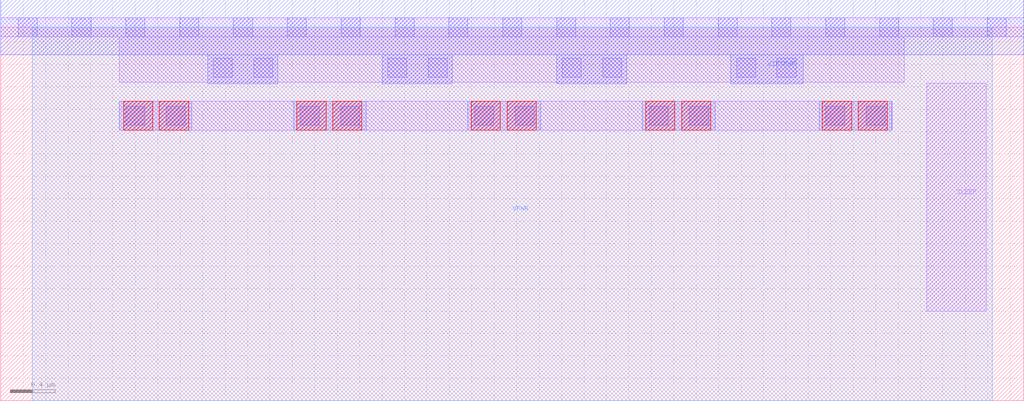
<source format=lef>
# Copyright 2020 The SkyWater PDK Authors
#
# Licensed under the Apache License, Version 2.0 (the "License");
# you may not use this file except in compliance with the License.
# You may obtain a copy of the License at
#
#     https://www.apache.org/licenses/LICENSE-2.0
#
# Unless required by applicable law or agreed to in writing, software
# distributed under the License is distributed on an "AS IS" BASIS,
# WITHOUT WARRANTIES OR CONDITIONS OF ANY KIND, either express or implied.
# See the License for the specific language governing permissions and
# limitations under the License.
#
# SPDX-License-Identifier: Apache-2.0

VERSION 5.7 ;
  NAMESCASESENSITIVE ON ;
  NOWIREEXTENSIONATPIN ON ;
  DIVIDERCHAR "/" ;
  BUSBITCHARS "[]" ;
UNITS
  DATABASE MICRONS 200 ;
END UNITS
MACRO sky130_fd_sc_lp__sleep_pargate_plv_7
  CLASS BLOCK ;
  FOREIGN sky130_fd_sc_lp__sleep_pargate_plv_7 ;
  ORIGIN  0.000000  0.000000 ;
  SIZE  9.120000 BY  3.330000 ;
  PIN SLEEP
    ANTENNAGATEAREA  1.050000 ;
    PORT
      LAYER li1 ;
        RECT 8.255000 0.800000 8.785000 2.830000 ;
    END
  END SLEEP
  PIN VIRTPWR
    ANTENNADIFFAREA  1.855000 ;
    PORT
      LAYER met1 ;
        RECT 0.000000 3.085000 9.120000 3.575000 ;
        RECT 1.845000 2.825000 2.470000 3.085000 ;
        RECT 3.400000 2.825000 4.025000 3.085000 ;
        RECT 4.955000 2.825000 5.580000 3.085000 ;
        RECT 6.510000 2.825000 7.155000 3.085000 ;
    END
  END VIRTPWR
  PIN VPWR
    USE POWER ;
    PORT
      LAYER met2 ;
        RECT 0.280000 0.000000 8.840000 3.330000 ;
    END
  END VPWR
  OBS
    LAYER li1 ;
      RECT 0.000000 3.245000 9.120000 3.415000 ;
      RECT 1.055000 2.410000 7.950000 2.670000 ;
      RECT 1.055000 2.840000 8.055000 3.245000 ;
    LAYER mcon ;
      RECT 0.155000 3.245000 0.325000 3.415000 ;
      RECT 0.635000 3.245000 0.805000 3.415000 ;
      RECT 1.115000 2.455000 1.285000 2.625000 ;
      RECT 1.115000 3.245000 1.285000 3.415000 ;
      RECT 1.475000 2.455000 1.645000 2.625000 ;
      RECT 1.595000 3.245000 1.765000 3.415000 ;
      RECT 1.895000 2.885000 2.065000 3.055000 ;
      RECT 2.075000 3.245000 2.245000 3.415000 ;
      RECT 2.255000 2.885000 2.425000 3.055000 ;
      RECT 2.555000 3.245000 2.725000 3.415000 ;
      RECT 2.670000 2.455000 2.840000 2.625000 ;
      RECT 3.030000 2.455000 3.200000 2.625000 ;
      RECT 3.035000 3.245000 3.205000 3.415000 ;
      RECT 3.450000 2.885000 3.620000 3.055000 ;
      RECT 3.515000 3.245000 3.685000 3.415000 ;
      RECT 3.810000 2.885000 3.980000 3.055000 ;
      RECT 3.995000 3.245000 4.165000 3.415000 ;
      RECT 4.225000 2.455000 4.395000 2.625000 ;
      RECT 4.475000 3.245000 4.645000 3.415000 ;
      RECT 4.585000 2.455000 4.755000 2.625000 ;
      RECT 4.955000 3.245000 5.125000 3.415000 ;
      RECT 5.005000 2.885000 5.175000 3.055000 ;
      RECT 5.365000 2.885000 5.535000 3.055000 ;
      RECT 5.435000 3.245000 5.605000 3.415000 ;
      RECT 5.780000 2.455000 5.950000 2.625000 ;
      RECT 5.915000 3.245000 6.085000 3.415000 ;
      RECT 6.140000 2.455000 6.310000 2.625000 ;
      RECT 6.395000 3.245000 6.565000 3.415000 ;
      RECT 6.560000 2.885000 6.730000 3.055000 ;
      RECT 6.875000 3.245000 7.045000 3.415000 ;
      RECT 6.920000 2.885000 7.090000 3.055000 ;
      RECT 7.355000 2.455000 7.525000 2.625000 ;
      RECT 7.355000 3.245000 7.525000 3.415000 ;
      RECT 7.715000 2.455000 7.885000 2.625000 ;
      RECT 7.835000 3.245000 8.005000 3.415000 ;
      RECT 8.315000 3.245000 8.485000 3.415000 ;
      RECT 8.795000 3.245000 8.965000 3.415000 ;
    LAYER met1 ;
      RECT 1.055000 2.410000 1.705000 2.670000 ;
      RECT 2.610000 2.410000 3.260000 2.670000 ;
      RECT 4.165000 2.410000 4.815000 2.670000 ;
      RECT 5.720000 2.410000 6.370000 2.670000 ;
      RECT 7.295000 2.410000 7.945000 2.670000 ;
    LAYER via ;
      RECT 1.095000 2.410000 1.355000 2.670000 ;
      RECT 1.415000 2.410000 1.675000 2.670000 ;
      RECT 2.640000 2.410000 2.900000 2.670000 ;
      RECT 2.960000 2.410000 3.220000 2.670000 ;
      RECT 4.195000 2.410000 4.455000 2.670000 ;
      RECT 4.515000 2.410000 4.775000 2.670000 ;
      RECT 5.750000 2.410000 6.010000 2.670000 ;
      RECT 6.070000 2.410000 6.330000 2.670000 ;
      RECT 7.325000 2.410000 7.585000 2.670000 ;
      RECT 7.645000 2.410000 7.905000 2.670000 ;
  END
END sky130_fd_sc_lp__sleep_pargate_plv_7
END LIBRARY

</source>
